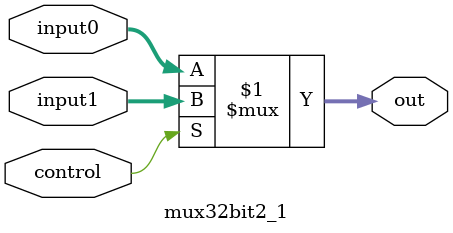
<source format=v>
`timescale 1ns / 1ps
module mux32bit2_1(
	input [63:0]input0, input1,
	input control,
	output [63:0]out
    );
	 
	 assign out = control ? input1 : input0;
	 
	 //always@(input0, input1, control) begin 
			//if (control == 0)
				//out = input0;
			//if (control == 1)
				//out = input1;
	//end
	
		
	 
	 
endmodule

</source>
